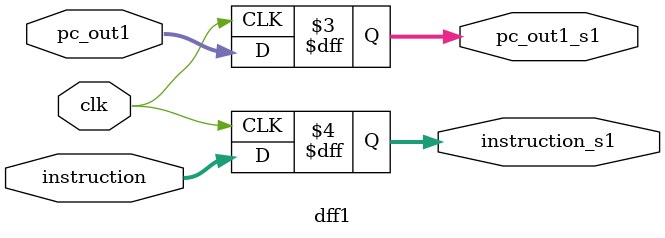
<source format=v>
`timescale 1ns / 1ps


module Instruction_fetch(input reset,input clk,input pcSrc,input [31:0] pc_out1_s3,output [31:0] pc_out1_s1,output [31:0] instruction_s1);
wire [31:0] pc,pc_out1,instruction;


initialise_pcselect i(reset, clk,pc,pc_out1,pc_out1_s3,pcSrc);
instruction_mem im(reset,pc,instruction);
add1 a1(pc,pc_out1);
dff1 d1(clk,pc_out1,instruction,pc_out1_s1,instruction_s1);
endmodule

module initialise_pcselect (input reset ,input clk,output reg [31:0]pc,input [31:0]pc_out1,input [31:0] pc_out1_s3,input pcSrc);

always @(posedge clk) begin 
if(reset==1) pc=32'h00;
else 
    pc=pcSrc?pc_out1_s3:pc_out1;

end
endmodule

module instruction_mem(input reset,input [31:0]address,output reg [31:0]instruction);

reg  [0:31]mem[31:0];
reg [31:0]i;
always@(*) begin 
    for(i=0;i<32;i=i+1)
    begin
    if(i==0)
    mem[0] = 32'b000000_00010_00011_00100_00000_100000;//add r4 r3 r2
    else if(i==4)
    mem[4] = 32'b000000_00100_00001_00100_00000_100010;//sub r4 r4 r1
    else if(i==8)
    mem[8] = 32'b000000_00100_00011_00010_00000_011011;//mult r2 r4 r3
    else if(i==12)
    mem[12] = 32'b000101_00001_00001_00000_00000_000000;//beq r1 r1
    else if(i==16)
    mem[16] = 32'b100011_00110_00110_00000_00000_0001010;//addi r6 6(#34)
    else if(i==20)
    mem[20] = 32'b000000_00011_00010_00011_00000_0001010;//and r3 r3 r2
    else if(i==24)
    mem[24] = 32'b000100_00100_00010_00000_00000_000001;// st r4 r2
    else if(i==28)
    mem[28] = 32'b101011_00100_00010_00000_00000_000001;// lw r4 r2
    else
    mem[i]=32'h00000000;
    end
     instruction = mem[address];
end

endmodule

module add1(input [31:0]pc,output [31:0]pc_out1);

assign pc_out1 = pc+4;

endmodule

module dff1 (input clk,input [31:0]pc_out1,input [31:0]instruction,output reg [31:0]pc_out1_s1,output reg [31:0]instruction_s1);

always @(posedge clk) begin 
    pc_out1_s1 <= pc_out1;
    instruction_s1 <= instruction;
end

endmodule

</source>
